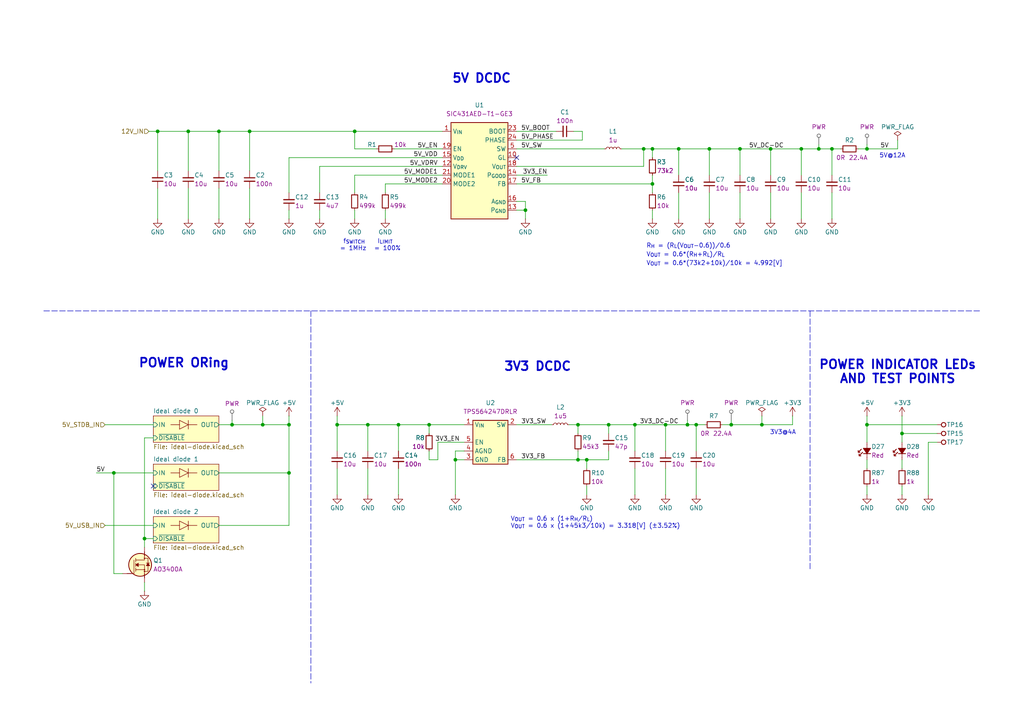
<source format=kicad_sch>
(kicad_sch (version 20250114) (generator "eeschema") (generator_version "9.0")
  (paper "A4")
  (title_block (title "ModuCard CM5 module") (date "2025-07-05") (rev "1.0.0") (company "KoNaR") (comment 1 "Project author: Dominik Pluta"))
  (text "POWER ORing" (at 53.34 105.41 0) (effects (font (size 2.54 2.54) (bold yes))))
  (text "3V3 DCDC" (at 155.956 106.426 0) (effects (font (size 2.54 2.54) (bold yes))))
  (text "V_{OUT} = 0.6 x (1+R_{H}/R_{L})\nV_{OUT} = 0.6 x (1+45k3/10k) = 3.318[V] (±3.52%)" (at 148.082 151.638 0) (effects (font (size 1.27 1.27)) (justify left)))
  (text "V_{OUT} = 0.6*(R_{H}+R_{L})/R_{L}\n" (at 187.452 74.676 0) (effects (font (size 1.27 1.27)) (justify left bottom)))
  (text "POWER INDICATOR LEDs\nAND TEST POINTS" (at 260.35 107.95 0) (effects (font (size 2.54 2.54) (bold yes))))
  (text " f_{SWITCH}\n= 1MHz" (at 98.552 72.898 0) (effects (font (size 1.27 1.27)) (justify left bottom)))
  (text "R_{H} = (R_{L}(V_{OUT}-0.6))/0.6\n" (at 187.452 72.136 0) (effects (font (size 1.27 1.27)) (justify left bottom)))
  (text "V_{OUT} = 0.6*(73k2+10k)/10k = 4.992[V]" (at 187.452 77.216 0) (effects (font (size 1.27 1.27)) (justify left bottom)))
  (text "5V DCDC" (at 139.7 22.86 0) (effects (font (size 2.54 2.54) (bold yes))))
  (text "3V3@4A\n" (at 223.266 126.238 0) (effects (font (size 1.27 1.27)) (justify left bottom)))
  (text "5V@12A\n" (at 255.016 45.974 0) (effects (font (size 1.27 1.27)) (justify left bottom)))
  (text " I_{LIMIT}\n= 100%" (exclude_from_sim yes) (at 108.458 72.898 0) (effects (font (size 1.27 1.27)) (justify left bottom)))
  (junction (at 196.85 43.18))
  (junction (at 115.57 123.19))
  (junction (at 132.08 133.35))
  (junction (at 152.4 60.96))
  (junction (at 223.52 43.18))
  (junction (at 193.04 123.19))
  (junction (at 54.61 38.1))
  (junction (at 106.68 123.19))
  (junction (at 212.09 123.19))
  (junction (at 189.23 53.34))
  (junction (at 237.49 43.18))
  (junction (at 261.62 125.73))
  (junction (at 83.82 123.19))
  (junction (at 186.69 43.18))
  (junction (at 176.53 123.19))
  (junction (at 199.39 123.19))
  (junction (at 167.64 123.19))
  (junction (at 184.15 123.19))
  (junction (at 201.93 123.19))
  (junction (at 241.3 43.18))
  (junction (at 167.64 133.35))
  (junction (at 102.87 38.1))
  (junction (at 220.98 123.19))
  (junction (at 232.41 43.18))
  (junction (at 67.31 123.19))
  (junction (at 214.63 43.18))
  (junction (at 124.46 123.19))
  (junction (at 251.46 123.19))
  (junction (at 205.74 43.18))
  (junction (at 251.46 43.18))
  (junction (at 45.72 38.1))
  (junction (at 63.5 38.1))
  (junction (at 189.23 43.18))
  (junction (at 97.79 123.19))
  (junction (at 72.39 38.1))
  (junction (at 170.18 133.35))
  (junction (at 33.02 137.16))
  (junction (at 41.91 156.21))
  (junction (at 83.82 137.16))
  (junction (at 76.2 123.19))
  (no_connect (at 149.86 45.72))
  (no_connect (at 44.45 140.97))
  (wire (pts (xy 212.09 123.19) (xy 220.98 123.19)))
  (wire (pts (xy 149.86 48.26) (xy 186.69 48.26)))
  (wire (pts (xy 152.4 60.96) (xy 152.4 63.5)))
  (wire (pts (xy 199.39 121.92) (xy 199.39 123.19)))
  (wire (pts (xy 27.94 137.16) (xy 33.02 137.16)))
  (wire (pts (xy 152.4 58.42) (xy 152.4 60.96)))
  (polyline (pts (xy 57.15 123.19) (xy 54.61 123.19)) (stroke (width 0) (type solid) (color 132 0 0 1)))
  (wire (pts (xy 45.72 38.1) (xy 54.61 38.1)))
  (wire (pts (xy 189.23 43.18) (xy 196.85 43.18)))
  (wire (pts (xy 261.62 125.73) (xy 271.78 125.73)))
  (wire (pts (xy 186.69 43.18) (xy 189.23 43.18)))
  (wire (pts (xy 33.02 137.16) (xy 44.45 137.16)))
  (wire (pts (xy 124.46 123.19) (xy 134.62 123.19)))
  (polyline (pts (xy 234.95 90.17) (xy 234.95 165.1)) (stroke (width 0) (type dash)))
  (wire (pts (xy 251.46 123.19) (xy 251.46 128.27)))
  (wire (pts (xy 269.24 128.27) (xy 269.24 143.51)))
  (wire (pts (xy 176.53 123.19) (xy 176.53 125.73)))
  (wire (pts (xy 212.09 121.92) (xy 212.09 123.19)))
  (wire (pts (xy 33.02 166.37) (xy 33.02 137.16)))
  (wire (pts (xy 251.46 143.51) (xy 251.46 140.97)))
  (wire (pts (xy 83.82 60.96) (xy 83.82 63.5)))
  (wire (pts (xy 196.85 55.88) (xy 196.85 63.5)))
  (wire (pts (xy 149.86 40.64) (xy 168.91 40.64)))
  (wire (pts (xy 214.63 43.18) (xy 214.63 50.8)))
  (polyline (pts (xy 52.07 135.89) (xy 54.61 137.16)) (stroke (width 0) (type solid) (color 132 0 0 1)))
  (wire (pts (xy 127 128.27) (xy 134.62 128.27)))
  (wire (pts (xy 76.2 120.65) (xy 76.2 123.19)))
  (wire (pts (xy 251.46 43.18) (xy 260.35 43.18)))
  (wire (pts (xy 193.04 123.19) (xy 184.15 123.19)))
  (wire (pts (xy 54.61 38.1) (xy 63.5 38.1)))
  (wire (pts (xy 205.74 55.88) (xy 205.74 63.5)))
  (wire (pts (xy 102.87 43.18) (xy 109.22 43.18)))
  (wire (pts (xy 176.53 133.35) (xy 170.18 133.35)))
  (wire (pts (xy 83.82 123.19) (xy 83.82 137.16)))
  (polyline (pts (xy 52.07 121.92) (xy 52.07 124.46)) (stroke (width 0) (type solid) (color 132 0 0 1)))
  (wire (pts (xy 41.91 168.91) (xy 41.91 171.45)))
  (wire (pts (xy 97.79 123.19) (xy 106.68 123.19)))
  (polyline (pts (xy 52.07 137.16) (xy 49.53 137.16)) (stroke (width 0) (type solid) (color 132 0 0 1)))
  (wire (pts (xy 41.91 158.75) (xy 41.91 156.21)))
  (wire (pts (xy 149.86 133.35) (xy 167.64 133.35)))
  (wire (pts (xy 106.68 135.89) (xy 106.68 143.51)))
  (wire (pts (xy 102.87 38.1) (xy 128.27 38.1)))
  (wire (pts (xy 97.79 120.65) (xy 97.79 123.19)))
  (wire (pts (xy 132.08 133.35) (xy 134.62 133.35)))
  (wire (pts (xy 111.76 55.88) (xy 111.76 53.34)))
  (wire (pts (xy 132.08 133.35) (xy 132.08 143.51)))
  (polyline (pts (xy 57.15 137.16) (xy 54.61 137.16)) (stroke (width 0) (type solid) (color 132 0 0 1)))
  (wire (pts (xy 184.15 123.19) (xy 184.15 130.81)))
  (polyline (pts (xy 52.07 153.67) (xy 54.61 152.4)) (stroke (width 0) (type solid) (color 132 0 0 1)))
  (wire (pts (xy 170.18 133.35) (xy 170.18 135.89)))
  (wire (pts (xy 63.5 152.4) (xy 83.82 152.4)))
  (wire (pts (xy 72.39 38.1) (xy 102.87 38.1)))
  (wire (pts (xy 149.86 38.1) (xy 161.29 38.1)))
  (wire (pts (xy 45.72 38.1) (xy 45.72 49.53)))
  (polyline (pts (xy 52.07 151.13) (xy 52.07 153.67)) (stroke (width 0) (type solid) (color 132 0 0 1)))
  (wire (pts (xy 196.85 50.8) (xy 196.85 43.18)))
  (wire (pts (xy 193.04 135.89) (xy 193.04 143.51)))
  (wire (pts (xy 114.3 43.18) (xy 128.27 43.18)))
  (wire (pts (xy 83.82 120.65) (xy 83.82 123.19)))
  (wire (pts (xy 232.41 43.18) (xy 237.49 43.18)))
  (wire (pts (xy 261.62 120.65) (xy 261.62 125.73)))
  (wire (pts (xy 241.3 55.88) (xy 241.3 63.5)))
  (wire (pts (xy 229.87 120.65) (xy 229.87 123.19)))
  (wire (pts (xy 63.5 123.19) (xy 67.31 123.19)))
  (wire (pts (xy 83.82 45.72) (xy 128.27 45.72)))
  (wire (pts (xy 41.91 156.21) (xy 44.45 156.21)))
  (wire (pts (xy 251.46 123.19) (xy 271.78 123.19)))
  (wire (pts (xy 189.23 43.18) (xy 189.23 45.72)))
  (wire (pts (xy 167.64 123.19) (xy 167.64 125.73)))
  (wire (pts (xy 115.57 123.19) (xy 115.57 130.81)))
  (wire (pts (xy 149.86 123.19) (xy 160.02 123.19)))
  (wire (pts (xy 189.23 50.8) (xy 189.23 53.34)))
  (wire (pts (xy 251.46 120.65) (xy 251.46 123.19)))
  (wire (pts (xy 261.62 125.73) (xy 261.62 128.27)))
  (wire (pts (xy 241.3 43.18) (xy 241.3 50.8)))
  (wire (pts (xy 149.86 53.34) (xy 189.23 53.34)))
  (wire (pts (xy 232.41 43.18) (xy 232.41 50.8)))
  (wire (pts (xy 201.93 123.19) (xy 201.93 130.81)))
  (wire (pts (xy 115.57 123.19) (xy 106.68 123.19)))
  (wire (pts (xy 149.86 50.8) (xy 158.75 50.8)))
  (wire (pts (xy 124.46 125.73) (xy 124.46 123.19)))
  (wire (pts (xy 102.87 50.8) (xy 102.87 55.88)))
  (wire (pts (xy 199.39 123.19) (xy 193.04 123.19)))
  (wire (pts (xy 97.79 123.19) (xy 97.79 130.81)))
  (polyline (pts (xy 52.07 124.46) (xy 54.61 123.19)) (stroke (width 0) (type solid) (color 132 0 0 1)))
  (wire (pts (xy 67.31 121.92) (xy 67.31 123.19)))
  (wire (pts (xy 193.04 123.19) (xy 193.04 130.81)))
  (wire (pts (xy 184.15 135.89) (xy 184.15 143.51)))
  (wire (pts (xy 134.62 130.81) (xy 132.08 130.81)))
  (wire (pts (xy 54.61 54.61) (xy 54.61 63.5)))
  (wire (pts (xy 149.86 43.18) (xy 175.26 43.18)))
  (wire (pts (xy 214.63 43.18) (xy 223.52 43.18)))
  (wire (pts (xy 180.34 43.18) (xy 186.69 43.18)))
  (wire (pts (xy 72.39 38.1) (xy 72.39 49.53)))
  (wire (pts (xy 209.55 123.19) (xy 212.09 123.19)))
  (wire (pts (xy 237.49 41.91) (xy 237.49 43.18)))
  (wire (pts (xy 261.62 133.35) (xy 261.62 135.89)))
  (wire (pts (xy 102.87 60.96) (xy 102.87 63.5)))
  (wire (pts (xy 149.86 58.42) (xy 152.4 58.42)))
  (wire (pts (xy 261.62 143.51) (xy 261.62 140.97)))
  (polyline (pts (xy 12.7 90.17) (xy 284.48 90.17)) (stroke (width 0) (type dash)))
  (wire (pts (xy 251.46 41.91) (xy 251.46 43.18)))
  (wire (pts (xy 271.78 128.27) (xy 269.24 128.27)))
  (polyline (pts (xy 54.61 151.13) (xy 54.61 153.67)) (stroke (width 0) (type solid) (color 132 0 0 1)))
  (wire (pts (xy 63.5 38.1) (xy 63.5 49.53)))
  (wire (pts (xy 237.49 43.18) (xy 241.3 43.18)))
  (polyline (pts (xy 54.61 121.92) (xy 54.61 124.46)) (stroke (width 0) (type solid) (color 132 0 0 1)))
  (polyline (pts (xy 52.07 123.19) (xy 49.53 123.19)) (stroke (width 0) (type solid) (color 132 0 0 1)))
  (wire (pts (xy 223.52 43.18) (xy 232.41 43.18)))
  (wire (pts (xy 124.46 133.35) (xy 127 133.35)))
  (polyline (pts (xy 90.17 90.17) (xy 90.17 198.12)) (stroke (width 0) (type dash)))
  (wire (pts (xy 214.63 55.88) (xy 214.63 63.5)))
  (polyline (pts (xy 52.07 138.43) (xy 54.61 137.16)) (stroke (width 0) (type solid) (color 132 0 0 1)))
  (wire (pts (xy 115.57 123.19) (xy 124.46 123.19)))
  (polyline (pts (xy 57.15 152.4) (xy 54.61 152.4)) (stroke (width 0) (type solid) (color 132 0 0 1)))
  (wire (pts (xy 189.23 55.88) (xy 189.23 53.34)))
  (polyline (pts (xy 52.07 135.89) (xy 52.07 138.43)) (stroke (width 0) (type solid) (color 132 0 0 1)))
  (wire (pts (xy 63.5 54.61) (xy 63.5 63.5)))
  (wire (pts (xy 165.1 123.19) (xy 167.64 123.19)))
  (wire (pts (xy 102.87 50.8) (xy 128.27 50.8)))
  (wire (pts (xy 124.46 130.81) (xy 124.46 133.35)))
  (wire (pts (xy 111.76 53.34) (xy 128.27 53.34)))
  (polyline (pts (xy 52.07 152.4) (xy 49.53 152.4)) (stroke (width 0) (type solid) (color 132 0 0 1)))
  (wire (pts (xy 83.82 123.19) (xy 76.2 123.19)))
  (wire (pts (xy 54.61 38.1) (xy 54.61 49.53)))
  (wire (pts (xy 251.46 133.35) (xy 251.46 135.89)))
  (wire (pts (xy 189.23 63.5) (xy 189.23 60.96)))
  (wire (pts (xy 30.48 123.19) (xy 44.45 123.19)))
  (wire (pts (xy 45.72 54.61) (xy 45.72 63.5)))
  (wire (pts (xy 102.87 38.1) (xy 102.87 43.18)))
  (wire (pts (xy 232.41 55.88) (xy 232.41 63.5)))
  (wire (pts (xy 223.52 55.88) (xy 223.52 63.5)))
  (wire (pts (xy 30.48 152.4) (xy 44.45 152.4)))
  (wire (pts (xy 41.91 156.21) (xy 41.91 127)))
  (wire (pts (xy 167.64 130.81) (xy 167.64 133.35)))
  (wire (pts (xy 43.18 38.1) (xy 45.72 38.1)))
  (wire (pts (xy 92.71 48.26) (xy 92.71 55.88)))
  (wire (pts (xy 132.08 130.81) (xy 132.08 133.35)))
  (wire (pts (xy 248.92 43.18) (xy 251.46 43.18)))
  (wire (pts (xy 176.53 123.19) (xy 184.15 123.19)))
  (wire (pts (xy 149.86 60.96) (xy 152.4 60.96)))
  (wire (pts (xy 260.35 40.64) (xy 260.35 43.18)))
  (wire (pts (xy 67.31 123.19) (xy 76.2 123.19)))
  (wire (pts (xy 92.71 48.26) (xy 128.27 48.26)))
  (polyline (pts (xy 54.61 135.89) (xy 54.61 138.43)) (stroke (width 0) (type solid) (color 132 0 0 1)))
  (wire (pts (xy 241.3 43.18) (xy 243.84 43.18)))
  (wire (pts (xy 201.93 135.89) (xy 201.93 143.51)))
  (wire (pts (xy 186.69 43.18) (xy 186.69 48.26)))
  (wire (pts (xy 115.57 135.89) (xy 115.57 143.51)))
  (wire (pts (xy 170.18 133.35) (xy 167.64 133.35)))
  (wire (pts (xy 168.91 40.64) (xy 168.91 38.1)))
  (wire (pts (xy 63.5 137.16) (xy 83.82 137.16)))
  (wire (pts (xy 201.93 123.19) (xy 204.47 123.19)))
  (wire (pts (xy 72.39 54.61) (xy 72.39 63.5)))
  (wire (pts (xy 168.91 38.1) (xy 166.37 38.1)))
  (wire (pts (xy 170.18 143.51) (xy 170.18 140.97)))
  (wire (pts (xy 127 133.35) (xy 127 128.27)))
  (wire (pts (xy 201.93 123.19) (xy 199.39 123.19)))
  (wire (pts (xy 97.79 135.89) (xy 97.79 143.51)))
  (wire (pts (xy 167.64 123.19) (xy 176.53 123.19)))
  (polyline (pts (xy 52.07 151.13) (xy 54.61 152.4)) (stroke (width 0) (type solid) (color 132 0 0 1)))
  (wire (pts (xy 205.74 43.18) (xy 205.74 50.8)))
  (wire (pts (xy 83.82 45.72) (xy 83.82 55.88)))
  (wire (pts (xy 223.52 43.18) (xy 223.52 50.8)))
  (wire (pts (xy 176.53 130.81) (xy 176.53 133.35)))
  (wire (pts (xy 220.98 120.65) (xy 220.98 123.19)))
  (polyline (pts (xy 52.07 121.92) (xy 54.61 123.19)) (stroke (width 0) (type solid) (color 132 0 0 1)))
  (wire (pts (xy 92.71 60.96) (xy 92.71 63.5)))
  (wire (pts (xy 229.87 123.19) (xy 220.98 123.19)))
  (wire (pts (xy 111.76 63.5) (xy 111.76 60.96)))
  (wire (pts (xy 63.5 38.1) (xy 72.39 38.1)))
  (wire (pts (xy 35.56 166.37) (xy 33.02 166.37)))
  (wire (pts (xy 196.85 43.18) (xy 205.74 43.18)))
  (wire (pts (xy 83.82 137.16) (xy 83.82 152.4)))
  (wire (pts (xy 106.68 123.19) (xy 106.68 130.81)))
  (wire (pts (xy 205.74 43.18) (xy 214.63 43.18)))
  (wire (pts (xy 41.91 127) (xy 44.45 127)))
  (label "5V_FB" (at 151.13 53.34 0))
  (label "3V3_FB" (at 151.13 133.35 0))
  (label "3V3_DC-DC" (at 196.85 123.19 180))
  (label "5V_SW" (at 151.13 43.18 0))
  (label "5V_VDRV" (at 127 48.26 180))
  (label "5V_MODE2" (at 127 53.34 180))
  (label "3V3_SW" (at 151.13 123.19 0))
  (label "5V_DC-DC" (at 227.33 43.18 180))
  (label "3V3_EN" (at 158.75 50.8 180))
  (label "5V_EN" (at 127 43.18 180))
  (label "5V_PHASE" (at 151.13 40.64 0))
  (label "5V_BOOT" (at 151.13 38.1 0))
  (label "3V3_EN" (at 133.35 128.27 180))
  (label "5V_VDD" (at 127 45.72 180))
  (label "5V_MODE1" (at 127 50.8 180))
  (label "5V" (at 27.94 137.16 0))
  (label "5V" (at 257.81 43.18 180))
  (hierarchical_label "12V_IN" (shape input) (at 43.18 38.1 180))
  (hierarchical_label "5V_USB_IN" (shape input) (at 30.48 152.4 180))
  (hierarchical_label "5V_STDB_IN" (shape input) (at 30.48 123.19 180))
  (netclass_flag "" (length 2.54) (shape round) (at 67.31 121.92 0) (property "Netclass" "PWR" (at 67.31 117.094 0)))
  (netclass_flag "" (length 2.54) (shape round) (at 237.49 41.91 0) (property "Netclass" "PWR" (at 237.49 36.83 0)))
  (netclass_flag "" (length 2.54) (shape round) (at 212.09 121.92 0) (property "Netclass" "PWR" (at 212.09 116.84 0)))
  (netclass_flag "" (length 2.54) (shape round) (at 251.46 41.91 0) (property "Netclass" "PWR" (at 251.46 36.83 0)))
  (netclass_flag "" (length 2.54) (shape round) (at 199.39 121.92 0) (property "Netclass" "PWR" (at 199.39 116.84 0)))
  (symbol (lib_id "DW-resistors:R-10k-0402") (at 124.46 130.81 270) (mirror x) (unit 1)
    (property "Reference" "R8" (at 123.19 127 90) (effects (justify right)))
    (property "Value" "R-10k-0402" (effects (hide yes)))
    (property "Footprint" "DW-footprints:R_0402_1005Metric" (effects (hide yes)))
    (property "Datasheet" "https://lcsc.com/datasheet/lcsc_datasheet_2411221126_UNI-ROYAL-Uniroyal-Elec-0402WGF1002TCE_C25744.pdf" (effects (hide yes)))
    (property "Description" "62.5mW Thick Film Resistor 50V ±100ppm/℃ ±1% 10kΩ 0402 Chip Resistor - Surface Mount ROHS" (effects (hide yes)))
    (property "Manufacturer" "UNI-ROYAL(Uniroyal Elec)" (effects (hide yes)))
    (property "MPN" "0402WGF1002TCE" (effects (hide yes)))
    (property "LCSC" "C25744" (effects (hide yes)))
    (property "Val" "10k" (at 123.19 129.54 90) (effects (justify right)))
    (property "Tolerance" "1%" (effects (hide yes)))
  )
  (symbol (lib_id "DW-power-symbols:GND") (at 102.87 63.5 0) (unit 1)
    (property "Reference" "#PWR023" (effects (hide yes)))
    (property "Value" "GND" (at 102.87 67.31 0))
    (property "Description" "Power symbol creates a global label with name \"GND\" , ground" (effects (hide yes)))
  )
  (symbol (lib_id "DW-power-symbols:GND") (at 261.62 143.51 0) (unit 1)
    (property "Reference" "#PWR0210" (effects (hide yes)))
    (property "Value" "GND" (at 261.62 147.32 0))
    (property "Description" "Power symbol creates a global label with name \"GND\" , ground" (effects (hide yes)))
  )
  (symbol (lib_id "DW-capacitors:C-10u-0603") (at 205.74 55.88 90) (unit 1)
    (property "Reference" "C7" (at 207.518 52.07 90) (effects (justify right)))
    (property "Value" "C-10u-0603" (effects (hide yes)))
    (property "Footprint" "DW-footprints:C_0603_1608Metric" (effects (hide yes)))
    (property "Datasheet" "https://www.lcsc.com/datasheet/C96446.pdf" (effects (hide yes)))
    (property "Description" "25V 10uF X5R ±20% 0603 Multilayer Ceramic Capacitors MLCC - SMD/SMT ROHS" (effects (hide yes)))
    (property "Manufacturer" "Samsung Electro-Mechanics" (effects (hide yes)))
    (property "MPN" "CL10A106MA8NRNC" (effects (hide yes)))
    (property "LCSC" "C96446" (effects (hide yes)))
    (property "Val" "10u" (at 207.518 54.61 90) (effects (justify right)))
    (property "Tolerance" "20%" (effects (hide yes)))
    (property "Voltage" "25V" (effects (hide yes)))
    (property "Dielectric" "X5R" (effects (hide yes)))
  )
  (symbol (lib_id "DW-power-symbols:GND") (at 111.76 63.5 0) (unit 1)
    (property "Reference" "#PWR024" (effects (hide yes)))
    (property "Value" "GND" (at 111.76 67.31 0))
    (property "Description" "Power symbol creates a global label with name \"GND\" , ground" (effects (hide yes)))
  )
  (symbol (lib_id "DW-power-symbols:GND") (at 232.41 63.5 0) (unit 1)
    (property "Reference" "#PWR031" (effects (hide yes)))
    (property "Value" "GND" (at 232.41 67.31 0))
    (property "Description" "Power symbol creates a global label with name \"GND\" , ground" (effects (hide yes)))
  )
  (symbol (lib_id "DW-power-symbols:GND") (at 193.04 143.51 0) (unit 1)
    (property "Reference" "#PWR042" (effects (hide yes)))
    (property "Value" "GND" (at 193.04 147.32 0))
    (property "Description" "Power symbol creates a global label with name \"GND\" , ground" (effects (hide yes)))
  )
  (symbol (lib_id "DW-power-symbols:+5V") (at 251.46 120.65 0) (unit 1)
    (property "Reference" "#PWR0207" (effects (hide yes)))
    (property "Value" "+5V" (at 251.46 116.84 0))
    (property "Description" "Power symbol creates a global label with name \"+5V\"" (effects (hide yes)))
  )
  (symbol (lib_id "DW-power-symbols:+3V3") (at 261.62 120.65 0) (unit 1)
    (property "Reference" "#PWR0209" (effects (hide yes)))
    (property "Value" "+3V3" (at 261.62 116.84 0))
    (property "Description" "Power symbol creates a global label with name \"+3V3\"" (effects (hide yes)))
  )
  (symbol (lib_id "DW-resistors:R-0R-22.4A-0603") (at 204.47 123.19 0) (unit 1)
    (property "Reference" "R7" (at 207.01 120.65 0))
    (property "Value" "R-0R-22.4A-0603" (effects (hide yes)))
    (property "Footprint" "DW-footprints:R_0603_1608Metric" (effects (hide yes)))
    (property "Datasheet" "https://www.lcsc.com/datasheet/C253507.pdf" (effects (hide yes)))
    (property "Description" "250mW 0Ω (0.5mΩ max) Thick Film Resistor 0603 Chip Resistor - Surface Mount ROHS" (effects (hide yes)))
    (property "Manufacturer" "ROHM" (effects (hide yes)))
    (property "MPN" "PMR03EZPJ000" (effects (hide yes)))
    (property "LCSC" "C253507" (effects (hide yes)))
    (property "Val" "0R" (at 204.47 125.73 0))
    (property "Max current" "22.4A" (at 209.55 125.73 0))
    (property "Tolerance" "Tolerance" (effects (hide yes)))
  )
  (symbol (lib_id "DW-power-symbols:GND") (at 214.63 63.5 0) (unit 1)
    (property "Reference" "#PWR029" (effects (hide yes)))
    (property "Value" "GND" (at 214.63 67.31 0))
    (property "Description" "Power symbol creates a global label with name \"GND\" , ground" (effects (hide yes)))
  )
  (symbol (lib_id "DW-inductors:L-1u-20A-CJiang-FEXL0650A") (at 175.26 43.18 0) (unit 1)
    (property "Reference" "L1" (at 177.8 38.1 0))
    (property "Value" "L-1u-20A-CJiang-FEXL0650A" (effects (hide yes)))
    (property "Footprint" "DW-footprints:L-CJiang-FEXL0650A" (effects (hide yes)))
    (property "Datasheet" "https://www.lcsc.com/datasheet/C5378532.pdf" (effects (hide yes)))
    (property "Description" "20A 1uH ±20% 23A SMD,6.4x6.6mm Power Inductors ROHS" (effects (hide yes)))
    (property "Manufacturer" "CJiang" (effects (hide yes)))
    (property "MPN" "FEXL0650A-1R0M" (effects (hide yes)))
    (property "LCSC" "C5378532" (effects (hide yes)))
    (property "Val" "1u" (at 177.8 40.64 0))
    (property "Tolerance" "20%" (effects (hide yes)))
    (property "Irms" "20A" (effects (hide yes)))
    (property "Isat" "23A" (effects (hide yes)))
    (property "DCR" "4.52mΩ" (effects (hide yes)))
    (property "Size (W x L x H)" "6.6 x 6.4 x 4.8mm" (effects (hide yes)))
  )
  (symbol (lib_id "DW-resistors:R-10k-0402") (at 189.23 60.96 90) (unit 1)
    (property "Reference" "R6" (at 190.5 57.15 90) (effects (justify right)))
    (property "Value" "R-10k-0402" (effects (hide yes)))
    (property "Footprint" "DW-footprints:R_0402_1005Metric" (effects (hide yes)))
    (property "Datasheet" "https://lcsc.com/datasheet/lcsc_datasheet_2411221126_UNI-ROYAL-Uniroyal-Elec-0402WGF1002TCE_C25744.pdf" (effects (hide yes)))
    (property "Description" "62.5mW Thick Film Resistor 50V ±100ppm/℃ ±1% 10kΩ 0402 Chip Resistor - Surface Mount ROHS" (effects (hide yes)))
    (property "Manufacturer" "UNI-ROYAL(Uniroyal Elec)" (effects (hide yes)))
    (property "MPN" "0402WGF1002TCE" (effects (hide yes)))
    (property "LCSC" "C25744" (effects (hide yes)))
    (property "Val" "10k" (at 190.5 59.69 90) (effects (justify right)))
    (property "Tolerance" "1%" (effects (hide yes)))
  )
  (symbol (lib_id "DW-capacitors:C-10u-0603") (at 232.41 55.88 90) (unit 1)
    (property "Reference" "C10" (at 234.188 52.07 90) (effects (justify right)))
    (property "Value" "C-10u-0603" (effects (hide yes)))
    (property "Footprint" "DW-footprints:C_0603_1608Metric" (effects (hide yes)))
    (property "Datasheet" "https://www.lcsc.com/datasheet/C96446.pdf" (effects (hide yes)))
    (property "Description" "25V 10uF X5R ±20% 0603 Multilayer Ceramic Capacitors MLCC - SMD/SMT ROHS" (effects (hide yes)))
    (property "Manufacturer" "Samsung Electro-Mechanics" (effects (hide yes)))
    (property "MPN" "CL10A106MA8NRNC" (effects (hide yes)))
    (property "LCSC" "C96446" (effects (hide yes)))
    (property "Val" "10u" (at 234.188 54.61 90) (effects (justify right)))
    (property "Tolerance" "20%" (effects (hide yes)))
    (property "Voltage" "25V" (effects (hide yes)))
    (property "Dielectric" "X5R" (effects (hide yes)))
  )
  (symbol (lib_id "DW-diodes:LED-R-0603_KT-0603R") (at 251.46 133.35 90) (unit 1)
    (property "Reference" "D27" (at 252.73 129.54 90) (effects (justify right)))
    (property "Value" "LED-R-0603_KT-0603R" (effects (hide yes)))
    (property "Footprint" "DW-footprints:LED_0603_1608Metric_R" (effects (hide yes)))
    (property "Datasheet" "https://lcsc.com/datasheet/lcsc_datasheet_2507101606_Hubei-KENTO-Elec-KT-0603R_C2286.pdf" (effects (hide yes)))
    (property "Description" "-40℃~+85℃ Red 0603 LED Indication - Discrete ROHS" (effects (hide yes)))
    (property "Manufacturer" "Hubei KENTO Elec" (effects (hide yes)))
    (property "MPN" "KT-0603R" (effects (hide yes)))
    (property "LCSC" "C2286" (effects (hide yes)))
    (property "Color" "Red" (at 252.73 132.08 90) (effects (justify right)))
    (property "Forward voltage" "1.8V-2.4V " (effects (hide yes)))
  )
  (symbol (lib_id "DW-resistors:R-499k-0402") (at 111.76 60.96 90) (unit 1)
    (property "Reference" "R5" (at 113.03 57.15 90) (effects (justify right)))
    (property "Value" "R-499k-0402" (effects (hide yes)))
    (property "Footprint" "DW-footprints:R_0402_1005Metric" (effects (hide yes)))
    (property "Datasheet" "https://www.lcsc.com/datasheet/C25793.pdf" (effects (hide yes)))
    (property "Description" "62.5mW Thick Film Resistor 50V ±100ppm/℃ ±1% 499kΩ 0402 Chip Resistor - Surface Mount ROHS" (effects (hide yes)))
    (property "Manufacturer" "UNI-ROYAL(Uniroyal Elec)" (effects (hide yes)))
    (property "MPN" "0402WGF4993TCE" (effects (hide yes)))
    (property "LCSC" "C25793" (effects (hide yes)))
    (property "Val" "499k" (at 113.03 59.69 90) (effects (justify right)))
    (property "Tolerance" "1%" (effects (hide yes)))
  )
  (symbol (lib_id "DW-power-symbols:GND") (at 72.39 63.5 0) (unit 1)
    (property "Reference" "#PWR020" (effects (hide yes)))
    (property "Value" "GND" (at 72.39 67.31 0))
    (property "Description" "Power symbol creates a global label with name \"GND\" , ground" (effects (hide yes)))
  )
  (symbol (lib_id "DW-capacitors:C-47p-0402") (at 176.53 130.81 90) (unit 1)
    (property "Reference" "C15" (at 178.308 127 90) (effects (justify right)))
    (property "Value" "C-47p-0402" (effects (hide yes)))
    (property "Footprint" "DW-footprints:C_0402_1005Metric" (effects (hide yes)))
    (property "Datasheet" "https://lcsc.com/datasheet/lcsc_datasheet_2411220213_FH-0402CG470J500NT_C1567.pdf" (effects (hide yes)))
    (property "Description" "50V 47pF C0G ±5% 0402 Multilayer Ceramic Capacitors MLCC - SMD/SMT ROHS" (effects (hide yes)))
    (property "Manufacturer" "FH" (effects (hide yes)))
    (property "MPN" "0402CG470J500NT" (effects (hide yes)))
    (property "LCSC" "C1567" (effects (hide yes)))
    (property "Val" "47p" (at 178.308 129.54 90) (effects (justify right)))
    (property "Tolerance" "5%" (effects (hide yes)))
    (property "Voltage" "50V" (effects (hide yes)))
    (property "Dielectric" "C0G" (effects (hide yes)))
  )
  (symbol (lib_id "DW-resistors:R-73k2-0402") (at 189.23 45.72 270) (unit 1)
    (property "Reference" "R3" (at 190.5 46.99 90) (effects (justify left)))
    (property "Value" "R-73k2-0402" (effects (hide yes)))
    (property "Footprint" "DW-footprints:R_0402_1005Metric" (effects (hide yes)))
    (property "Datasheet" "https://www.lcsc.com/datasheet/C26986.pdf" (effects (hide yes)))
    (property "Description" "62.5mW Thick Film Resistor 50V ±100ppm/℃ ±1% 73.2kΩ 0402 Chip Resistor - Surface Mount ROHS" (effects (hide yes)))
    (property "Manufacturer" "UNI-ROYAL(Uniroyal Elec)" (effects (hide yes)))
    (property "MPN" "0402WGF7322TCE" (effects (hide yes)))
    (property "LCSC" "C26986" (effects (hide yes)))
    (property "Val" "73k2" (at 190.5 49.53 90) (effects (justify left)))
    (property "Tolerance" "1%" (effects (hide yes)))
  )
  (symbol (lib_id "DW-test-points:TP_SMD_0.75mm") (at 271.78 128.27 0) (unit 1) (in_bom no)
    (property "Reference" "TP17" (at 274.574 128.27 0) (effects (justify left)))
    (property "Value" "TP_SMD_0.75mm" (effects (hide yes)))
    (property "Footprint" "DW-footprints:TP_SMD_0.75mm" (effects (hide yes)))
    (property "Description" "Test point, SMD, round, 0.75mm diameter" (effects (hide yes)))
  )
  (symbol (lib_id "DW-test-points:TP_SMD_0.75mm") (at 271.78 125.73 0) (unit 1) (in_bom no)
    (property "Reference" "TP15" (at 274.574 125.73 0) (effects (justify left)))
    (property "Value" "TP_SMD_0.75mm" (effects (hide yes)))
    (property "Footprint" "DW-footprints:TP_SMD_0.75mm" (effects (hide yes)))
    (property "Description" "Test point, SMD, round, 0.75mm diameter" (effects (hide yes)))
  )
  (symbol (lib_id "DW-transistors:AO3400A") (at 35.56 166.37 0) (unit 1)
    (property "Reference" "Q1" (at 44.45 162.56 0) (effects (justify left)))
    (property "Value" "AO3400A" (effects (hide yes)))
    (property "Footprint" "DW-footprints:SOT-23-3" (effects (hide yes)))
    (property "Datasheet" "https://www.lcsc.com/datasheet/C20917.pdf" (effects (hide yes)))
    (property "Description" "30V 48mΩ@2.5V 1.45V@250uA SOT-23-3L MOSFETs ROHS" (effects (hide yes)))
    (property "Manufacturer" "AOS" (effects (hide yes)))
    (property "MPN" "AO3400A" (at 44.45 165.1 0) (effects (justify left)))
    (property "LCSC" "C20917" (effects (hide yes)))
    (property "Id" "5.7A" (effects (hide yes)))
    (property "Vds" "30V" (effects (hide yes)))
    (property "Vgs" "12V" (effects (hide yes)))
    (property "Rds(on)" "26.5mΩ" (effects (hide yes)))
  )
  (symbol (lib_id "DW-power-symbols:PWR_FLAG") (at 76.2 120.65 0) (unit 1)
    (property "Reference" "#FLG05" (effects (hide yes)))
    (property "Value" "PWR_FLAG" (at 76.2 116.84 0))
    (property "Description" "Special symbol for telling ERC where power comes from" (effects (hide yes)))
  )
  (symbol (lib_id "DW-power-symbols:GND") (at 241.3 63.5 0) (unit 1)
    (property "Reference" "#PWR032" (effects (hide yes)))
    (property "Value" "GND" (at 241.3 67.31 0))
    (property "Description" "Power symbol creates a global label with name \"GND\" , ground" (effects (hide yes)))
  )
  (symbol (lib_id "DW-power-symbols:PWR_FLAG") (at 260.35 40.64 0) (unit 1)
    (property "Reference" "#FLG04" (effects (hide yes)))
    (property "Value" "PWR_FLAG" (at 260.35 36.83 0))
    (property "Description" "Special symbol for telling ERC where power comes from" (effects (hide yes)))
  )
  (symbol (lib_id "DW-power-symbols:GND") (at 223.52 63.5 0) (unit 1)
    (property "Reference" "#PWR030" (effects (hide yes)))
    (property "Value" "GND" (at 223.52 67.31 0))
    (property "Description" "Power symbol creates a global label with name \"GND\" , ground" (effects (hide yes)))
  )
  (symbol (lib_id "DW-power-symbols:GND") (at 92.71 63.5 0) (unit 1)
    (property "Reference" "#PWR022" (effects (hide yes)))
    (property "Value" "GND" (at 92.71 67.31 0))
    (property "Description" "Power symbol creates a global label with name \"GND\" , ground" (effects (hide yes)))
  )
  (symbol (lib_id "DW-inductors:L-1u5-6.5A-CJiang-FTC404030S") (at 160.02 123.19 0) (unit 1)
    (property "Reference" "L2" (at 162.56 118.11 0))
    (property "Value" "L-1u5-6.5A-CJiang-FTC404030S" (effects (hide yes)))
    (property "Footprint" "DW-footprints:L-CJiang-FTC404030S" (effects (hide yes)))
    (property "Datasheet" "https://www.lcsc.com/datasheet/C39676080.pdf" (effects (hide yes)))
    (property "Description" "6.5A 1.5uH ±20% 12.5A SMD,4.1x4.1mm Power Inductors ROHS" (effects (hide yes)))
    (property "Manufacturer" "CJiang" (effects (hide yes)))
    (property "MPN" "FTC404030S1R5MGCA" (effects (hide yes)))
    (property "LCSC" "C39676080" (effects (hide yes)))
    (property "Val" "1u5" (at 162.56 120.65 0))
    (property "Tolerance" "20%" (effects (hide yes)))
    (property "Irms" "6.5A" (effects (hide yes)))
    (property "Isat" "12.5A" (effects (hide yes)))
    (property "DCR" "18mΩ" (effects (hide yes)))
    (property "Size (W x L x H)" "4.1 x 4.1 x 3mm" (effects (hide yes)))
  )
  (symbol (lib_id "DW-capacitors:C-10u-0603") (at 214.63 55.88 90) (unit 1)
    (property "Reference" "C8" (at 216.408 52.07 90) (effects (justify right)))
    (property "Value" "C-10u-0603" (effects (hide yes)))
    (property "Footprint" "DW-footprints:C_0603_1608Metric" (effects (hide yes)))
    (property "Datasheet" "https://www.lcsc.com/datasheet/C96446.pdf" (effects (hide yes)))
    (property "Description" "25V 10uF X5R ±20% 0603 Multilayer Ceramic Capacitors MLCC - SMD/SMT ROHS" (effects (hide yes)))
    (property "Manufacturer" "Samsung Electro-Mechanics" (effects (hide yes)))
    (property "MPN" "CL10A106MA8NRNC" (effects (hide yes)))
    (property "LCSC" "C96446" (effects (hide yes)))
    (property "Val" "10u" (at 216.408 54.61 90) (effects (justify right)))
    (property "Tolerance" "20%" (effects (hide yes)))
    (property "Voltage" "25V" (effects (hide yes)))
    (property "Dielectric" "X5R" (effects (hide yes)))
  )
  (symbol (lib_id "DW-capacitors:C-10u-0603") (at 45.72 54.61 90) (unit 1)
    (property "Reference" "C3" (at 47.498 50.8 90) (effects (justify right)))
    (property "Value" "C-10u-0603" (effects (hide yes)))
    (property "Footprint" "DW-footprints:C_0603_1608Metric" (effects (hide yes)))
    (property "Datasheet" "https://www.lcsc.com/datasheet/C96446.pdf" (effects (hide yes)))
    (property "Description" "25V 10uF X5R ±20% 0603 Multilayer Ceramic Capacitors MLCC - SMD/SMT ROHS" (effects (hide yes)))
    (property "Manufacturer" "Samsung Electro-Mechanics" (effects (hide yes)))
    (property "MPN" "CL10A106MA8NRNC" (effects (hide yes)))
    (property "LCSC" "C96446" (effects (hide yes)))
    (property "Val" "10u" (at 47.498 53.34 90) (effects (justify right)))
    (property "Tolerance" "20%" (effects (hide yes)))
    (property "Voltage" "25V" (effects (hide yes)))
    (property "Dielectric" "X5R" (effects (hide yes)))
  )
  (symbol (lib_id "DW-capacitors:C-100n-0402") (at 115.57 130.81 270) (unit 1)
    (property "Reference" "C14" (at 117.348 132.08 90) (effects (justify left)))
    (property "Value" "C-100n-0402" (effects (hide yes)))
    (property "Footprint" "DW-footprints:C_0402_1005Metric" (effects (hide yes)))
    (property "Datasheet" "https://lcsc.com/datasheet/lcsc_datasheet_2304140030_Samsung-Electro-Mechanics-CL05B104KB54PNC_C307331.pdf" (effects (hide yes)))
    (property "Description" "50V 100nF X7R ±10% 0402 Multilayer Ceramic Capacitors MLCC - SMD/SMT ROHS" (effects (hide yes)))
    (property "Manufacturer" "Samsung Electro-Mechanics" (effects (hide yes)))
    (property "MPN" "CL05B104KB54PNC" (effects (hide yes)))
    (property "LCSC" "C307331" (effects (hide yes)))
    (property "Val" "100n" (at 117.348 134.62 90) (effects (justify left)))
    (property "Tolerance" "10%" (effects (hide yes)))
    (property "Voltage" "50V" (effects (hide yes)))
    (property "Dielectric" "X7R" (effects (hide yes)))
  )
  (symbol (lib_id "DW-capacitors:C-100n-0402") (at 72.39 49.53 270) (unit 1)
    (property "Reference" "C2" (at 74.168 50.8 90) (effects (justify left)))
    (property "Value" "C-100n-0402" (effects (hide yes)))
    (property "Footprint" "DW-footprints:C_0402_1005Metric" (effects (hide yes)))
    (property "Datasheet" "https://lcsc.com/datasheet/lcsc_datasheet_2304140030_Samsung-Electro-Mechanics-CL05B104KB54PNC_C307331.pdf" (effects (hide yes)))
    (property "Description" "50V 100nF X7R ±10% 0402 Multilayer Ceramic Capacitors MLCC - SMD/SMT ROHS" (effects (hide yes)))
    (property "Manufacturer" "Samsung Electro-Mechanics" (effects (hide yes)))
    (property "MPN" "CL05B104KB54PNC" (effects (hide yes)))
    (property "LCSC" "C307331" (effects (hide yes)))
    (property "Val" "100n" (at 74.168 53.34 90) (effects (justify left)))
    (property "Tolerance" "10%" (effects (hide yes)))
    (property "Voltage" "50V" (effects (hide yes)))
    (property "Dielectric" "X7R" (effects (hide yes)))
  )
  (symbol (lib_id "DW-power-symbols:GND") (at 132.08 143.51 0) (unit 1)
    (property "Reference" "#PWR039" (effects (hide yes)))
    (property "Value" "GND" (at 132.08 147.32 0))
    (property "Description" "Power symbol creates a global label with name \"GND\" , ground" (effects (hide yes)))
  )
  (symbol (lib_id "DW-capacitors:C-10u-0603") (at 63.5 54.61 90) (unit 1)
    (property "Reference" "C5" (at 65.278 50.8 90) (effects (justify right)))
    (property "Value" "C-10u-0603" (effects (hide yes)))
    (property "Footprint" "DW-footprints:C_0603_1608Metric" (effects (hide yes)))
    (property "Datasheet" "https://www.lcsc.com/datasheet/C96446.pdf" (effects (hide yes)))
    (property "Description" "25V 10uF X5R ±20% 0603 Multilayer Ceramic Capacitors MLCC - SMD/SMT ROHS" (effects (hide yes)))
    (property "Manufacturer" "Samsung Electro-Mechanics" (effects (hide yes)))
    (property "MPN" "CL10A106MA8NRNC" (effects (hide yes)))
    (property "LCSC" "C96446" (effects (hide yes)))
    (property "Val" "10u" (at 65.278 53.34 90) (effects (justify right)))
    (property "Tolerance" "20%" (effects (hide yes)))
    (property "Voltage" "25V" (effects (hide yes)))
    (property "Dielectric" "X5R" (effects (hide yes)))
  )
  (symbol (lib_id "DW-capacitors:C-1u-0402") (at 83.82 60.96 90) (unit 1)
    (property "Reference" "C12" (at 85.598 57.15 90) (effects (justify right)))
    (property "Value" "C-1u-0402" (effects (hide yes)))
    (property "Footprint" "DW-footprints:C_0402_1005Metric" (effects (hide yes)))
    (property "Datasheet" "https://lcsc.com/datasheet/lcsc_datasheet_2304140030_Samsung-Electro-Mechanics-CL05A105KA5NQNC_C52923.pdf" (effects (hide yes)))
    (property "Description" "25V 1uF X5R ±10% 0402 Multilayer Ceramic Capacitors MLCC - SMD/SMT ROHS" (effects (hide yes)))
    (property "Manufacturer" "Samsung Electro-Mechanics" (effects (hide yes)))
    (property "MPN" "CL05A105KA5NQNC" (effects (hide yes)))
    (property "LCSC" "C52923" (effects (hide yes)))
    (property "Val" "1u" (at 85.598 59.69 90) (effects (justify right)))
    (property "Tolerance" "10%" (effects (hide yes)))
    (property "Voltage" "25V" (effects (hide yes)))
    (property "Dielectric" "X5R" (effects (hide yes)))
  )
  (symbol (lib_id "DW-capacitors:C-10u-0603") (at 54.61 54.61 90) (unit 1)
    (property "Reference" "C4" (at 56.388 50.8 90) (effects (justify right)))
    (property "Value" "C-10u-0603" (effects (hide yes)))
    (property "Footprint" "DW-footprints:C_0603_1608Metric" (effects (hide yes)))
    (property "Datasheet" "https://www.lcsc.com/datasheet/C96446.pdf" (effects (hide yes)))
    (property "Description" "25V 10uF X5R ±20% 0603 Multilayer Ceramic Capacitors MLCC - SMD/SMT ROHS" (effects (hide yes)))
    (property "Manufacturer" "Samsung Electro-Mechanics" (effects (hide yes)))
    (property "MPN" "CL10A106MA8NRNC" (effects (hide yes)))
    (property "LCSC" "C96446" (effects (hide yes)))
    (property "Val" "10u" (at 56.388 53.34 90) (effects (justify right)))
    (property "Tolerance" "20%" (effects (hide yes)))
    (property "Voltage" "25V" (effects (hide yes)))
    (property "Dielectric" "X5R" (effects (hide yes)))
  )
  (symbol (lib_id "DW-power-symbols:GND") (at 97.79 143.51 0) (unit 1)
    (property "Reference" "#PWR036" (effects (hide yes)))
    (property "Value" "GND" (at 97.79 147.32 0))
    (property "Description" "Power symbol creates a global label with name \"GND\" , ground" (effects (hide yes)))
  )
  (symbol (lib_id "DW-resistors:R-45k3-0402") (at 167.64 130.81 90) (unit 1)
    (property "Reference" "R9" (at 168.91 127 90) (effects (justify right)))
    (property "Value" "R-45k3-0402" (effects (hide yes)))
    (property "Footprint" "DW-footprints:R_0402_1005Metric" (effects (hide yes)))
    (property "Datasheet" "https://www.lcsc.com/datasheet/C26980.pdf" (effects (hide yes)))
    (property "Description" "62.5mW Thick Film Resistor 50V ±100ppm/℃ ±1% 45.3kΩ 0402 Chip Resistor - Surface Mount ROHS" (effects (hide yes)))
    (property "Manufacturer" "UNI-ROYAL(Uniroyal Elec)" (effects (hide yes)))
    (property "MPN" "0402WGF4532TCE" (effects (hide yes)))
    (property "LCSC" "C26980" (effects (hide yes)))
    (property "Val" "45k3" (at 168.91 129.54 90) (effects (justify right)))
    (property "Tolerance" "1%" (effects (hide yes)))
  )
  (symbol (lib_id "DW-power-symbols:GND") (at 269.24 143.51 0) (unit 1)
    (property "Reference" "#PWR0211" (effects (hide yes)))
    (property "Value" "GND" (at 269.24 147.32 0))
    (property "Description" "Power symbol creates a global label with name \"GND\" , ground" (effects (hide yes)))
  )
  (symbol (lib_id "DW-resistors:R-0R-22.4A-0603") (at 243.84 43.18 0) (unit 1)
    (property "Reference" "R2" (at 246.38 40.64 0))
    (property "Value" "R-0R-22.4A-0603" (effects (hide yes)))
    (property "Footprint" "DW-footprints:R_0603_1608Metric" (effects (hide yes)))
    (property "Datasheet" "https://www.lcsc.com/datasheet/C253507.pdf" (effects (hide yes)))
    (property "Description" "250mW 0Ω (0.5mΩ max) Thick Film Resistor 0603 Chip Resistor - Surface Mount ROHS" (effects (hide yes)))
    (property "Manufacturer" "ROHM" (effects (hide yes)))
    (property "MPN" "PMR03EZPJ000" (effects (hide yes)))
    (property "LCSC" "C253507" (effects (hide yes)))
    (property "Val" "0R" (at 243.84 45.72 0))
    (property "Max current" "22.4A" (at 248.92 45.72 0))
    (property "Tolerance" "Tolerance" (effects (hide yes)))
  )
  (symbol (lib_id "DW-capacitors:C-10u-0603") (at 184.15 135.89 90) (unit 1)
    (property "Reference" "C18" (at 185.928 132.08 90) (effects (justify right)))
    (property "Value" "C-10u-0603" (effects (hide yes)))
    (property "Footprint" "DW-footprints:C_0603_1608Metric" (effects (hide yes)))
    (property "Datasheet" "https://www.lcsc.com/datasheet/C96446.pdf" (effects (hide yes)))
    (property "Description" "25V 10uF X5R ±20% 0603 Multilayer Ceramic Capacitors MLCC - SMD/SMT ROHS" (effects (hide yes)))
    (property "Manufacturer" "Samsung Electro-Mechanics" (effects (hide yes)))
    (property "MPN" "CL10A106MA8NRNC" (effects (hide yes)))
    (property "LCSC" "C96446" (effects (hide yes)))
    (property "Val" "10u" (at 185.928 134.62 90) (effects (justify right)))
    (property "Tolerance" "20%" (effects (hide yes)))
    (property "Voltage" "25V" (effects (hide yes)))
    (property "Dielectric" "X5R" (effects (hide yes)))
  )
  (symbol (lib_id "DW-power-symbols:PWR_FLAG") (at 220.98 120.65 0) (unit 1)
    (property "Reference" "#FLG06" (effects (hide yes)))
    (property "Value" "PWR_FLAG" (at 220.98 116.84 0))
    (property "Description" "Special symbol for telling ERC where power comes from" (effects (hide yes)))
  )
  (symbol (lib_id "DW-ICs:SIC431AED-T1-GE3") (at 128.27 38.1 0) (unit 1)
    (property "Reference" "U1" (at 139.065 30.48 0))
    (property "Value" "SIC431AED-T1-GE3" (effects (hide yes)))
    (property "Footprint" "DW-footprints:MLP44-24L_4x4x0.75mm" (effects (hide yes)))
    (property "Datasheet" "https://www.vishay.com/docs/74589/sic431.pdf" (effects (hide yes)))
    (property "Description" "Buck Adjustable 600mV~20V 24A 3V~24V MLP44-24L(4x4) DC-DC Converters ROHS" (effects (hide yes)))
    (property "Manufacturer" "VISHAY" (effects (hide yes)))
    (property "MPN" "SIC431AED-T1-GE3" (at 139.065 33.02 0))
    (property "LCSC" "C2071422" (effects (hide yes)))
  )
  (symbol (lib_id "DW-test-points:TP_SMD_0.75mm") (at 271.78 123.19 0) (unit 1) (in_bom no)
    (property "Reference" "TP16" (at 274.574 123.19 0) (effects (justify left)))
    (property "Value" "TP_SMD_0.75mm" (effects (hide yes)))
    (property "Footprint" "DW-footprints:TP_SMD_0.75mm" (effects (hide yes)))
    (property "Description" "Test point, SMD, round, 0.75mm diameter" (effects (hide yes)))
  )
  (symbol (lib_id "DW-power-symbols:GND") (at 205.74 63.5 0) (unit 1)
    (property "Reference" "#PWR028" (effects (hide yes)))
    (property "Value" "GND" (at 205.74 67.31 0))
    (property "Description" "Power symbol creates a global label with name \"GND\" , ground" (effects (hide yes)))
  )
  (symbol (lib_id "DW-power-symbols:GND") (at 41.91 171.45 0) (unit 1)
    (property "Reference" "#PWR044" (effects (hide yes)))
    (property "Value" "GND" (at 41.91 175.26 0))
    (property "Description" "Power symbol creates a global label with name \"GND\" , ground" (effects (hide yes)))
  )
  (symbol (lib_id "DW-power-symbols:GND") (at 184.15 143.51 0) (unit 1)
    (property "Reference" "#PWR041" (effects (hide yes)))
    (property "Value" "GND" (at 184.15 147.32 0))
    (property "Description" "Power symbol creates a global label with name \"GND\" , ground" (effects (hide yes)))
  )
  (symbol (lib_id "DW-power-symbols:+5V") (at 97.79 120.65 0) (unit 1)
    (property "Reference" "#PWR034" (effects (hide yes)))
    (property "Value" "+5V" (at 97.79 116.84 0))
    (property "Description" "Power symbol creates a global label with name \"+5V\"" (effects (hide yes)))
  )
  (symbol (lib_id "DW-resistors:R-10k-0402") (at 170.18 140.97 90) (unit 1)
    (property "Reference" "R10" (at 171.45 137.16 90) (effects (justify right)))
    (property "Value" "R-10k-0402" (effects (hide yes)))
    (property "Footprint" "DW-footprints:R_0402_1005Metric" (effects (hide yes)))
    (property "Datasheet" "https://lcsc.com/datasheet/lcsc_datasheet_2411221126_UNI-ROYAL-Uniroyal-Elec-0402WGF1002TCE_C25744.pdf" (effects (hide yes)))
    (property "Description" "62.5mW Thick Film Resistor 50V ±100ppm/℃ ±1% 10kΩ 0402 Chip Resistor - Surface Mount ROHS" (effects (hide yes)))
    (property "Manufacturer" "UNI-ROYAL(Uniroyal Elec)" (effects (hide yes)))
    (property "MPN" "0402WGF1002TCE" (effects (hide yes)))
    (property "LCSC" "C25744" (effects (hide yes)))
    (property "Val" "10k" (at 171.45 139.7 90) (effects (justify right)))
    (property "Tolerance" "1%" (effects (hide yes)))
  )
  (symbol (lib_id "DW-capacitors:C-100n-0402") (at 166.37 38.1 180) (unit 1)
    (property "Reference" "C1" (at 163.83 32.512 0))
    (property "Value" "C-100n-0402" (effects (hide yes)))
    (property "Footprint" "DW-footprints:C_0402_1005Metric" (effects (hide yes)))
    (property "Datasheet" "https://lcsc.com/datasheet/lcsc_datasheet_2304140030_Samsung-Electro-Mechanics-CL05B104KB54PNC_C307331.pdf" (effects (hide yes)))
    (property "Description" "50V 100nF X7R ±10% 0402 Multilayer Ceramic Capacitors MLCC - SMD/SMT ROHS" (effects (hide yes)))
    (property "Manufacturer" "Samsung Electro-Mechanics" (effects (hide yes)))
    (property "MPN" "CL05B104KB54PNC" (effects (hide yes)))
    (property "LCSC" "C307331" (effects (hide yes)))
    (property "Val" "100n" (at 163.83 35.052 0))
    (property "Tolerance" "10%" (effects (hide yes)))
    (property "Voltage" "50V" (effects (hide yes)))
    (property "Dielectric" "X7R" (effects (hide yes)))
  )
  (symbol (lib_id "DW-power-symbols:GND") (at 45.72 63.5 0) (unit 1)
    (property "Reference" "#PWR017" (effects (hide yes)))
    (property "Value" "GND" (at 45.72 67.31 0))
    (property "Description" "Power symbol creates a global label with name \"GND\" , ground" (effects (hide yes)))
  )
  (symbol (lib_id "DW-power-symbols:GND") (at 152.4 63.5 0) (unit 1)
    (property "Reference" "#PWR025" (effects (hide yes)))
    (property "Value" "GND" (at 152.4 67.31 0))
    (property "Description" "Power symbol creates a global label with name \"GND\" , ground" (effects (hide yes)))
  )
  (symbol (lib_id "DW-capacitors:C-10u-0603") (at 223.52 55.88 90) (unit 1)
    (property "Reference" "C9" (at 225.298 52.07 90) (effects (justify right)))
    (property "Value" "C-10u-0603" (effects (hide yes)))
    (property "Footprint" "DW-footprints:C_0603_1608Metric" (effects (hide yes)))
    (property "Datasheet" "https://www.lcsc.com/datasheet/C96446.pdf" (effects (hide yes)))
    (property "Description" "25V 10uF X5R ±20% 0603 Multilayer Ceramic Capacitors MLCC - SMD/SMT ROHS" (effects (hide yes)))
    (property "Manufacturer" "Samsung Electro-Mechanics" (effects (hide yes)))
    (property "MPN" "CL10A106MA8NRNC" (effects (hide yes)))
    (property "LCSC" "C96446" (effects (hide yes)))
    (property "Val" "10u" (at 225.298 54.61 90) (effects (justify right)))
    (property "Tolerance" "20%" (effects (hide yes)))
    (property "Voltage" "25V" (effects (hide yes)))
    (property "Dielectric" "X5R" (effects (hide yes)))
  )
  (symbol (lib_id "DW-capacitors:C-10u-0603") (at 193.04 135.89 90) (unit 1)
    (property "Reference" "C19" (at 194.818 132.08 90) (effects (justify right)))
    (property "Value" "C-10u-0603" (effects (hide yes)))
    (property "Footprint" "DW-footprints:C_0603_1608Metric" (effects (hide yes)))
    (property "Datasheet" "https://www.lcsc.com/datasheet/C96446.pdf" (effects (hide yes)))
    (property "Description" "25V 10uF X5R ±20% 0603 Multilayer Ceramic Capacitors MLCC - SMD/SMT ROHS" (effects (hide yes)))
    (property "Manufacturer" "Samsung Electro-Mechanics" (effects (hide yes)))
    (property "MPN" "CL10A106MA8NRNC" (effects (hide yes)))
    (property "LCSC" "C96446" (effects (hide yes)))
    (property "Val" "10u" (at 194.818 134.62 90) (effects (justify right)))
    (property "Tolerance" "20%" (effects (hide yes)))
    (property "Voltage" "25V" (effects (hide yes)))
    (property "Dielectric" "X5R" (effects (hide yes)))
  )
  (symbol (lib_id "DW-power-symbols:GND") (at 115.57 143.51 0) (unit 1)
    (property "Reference" "#PWR038" (effects (hide yes)))
    (property "Value" "GND" (at 115.57 147.32 0))
    (property "Description" "Power symbol creates a global label with name \"GND\" , ground" (effects (hide yes)))
  )
  (symbol (lib_id "DW-power-symbols:+5V") (at 83.82 120.65 0) (unit 1)
    (property "Reference" "#PWR033" (effects (hide yes)))
    (property "Value" "+5V" (at 83.82 116.84 0))
    (property "Description" "Power symbol creates a global label with name \"+5V\"" (effects (hide yes)))
  )
  (symbol (lib_id "DW-diodes:LED-R-0603_KT-0603R") (at 261.62 133.35 90) (unit 1)
    (property "Reference" "D28" (at 262.89 129.54 90) (effects (justify right)))
    (property "Value" "LED-R-0603_KT-0603R" (effects (hide yes)))
    (property "Footprint" "DW-footprints:LED_0603_1608Metric_R" (effects (hide yes)))
    (property "Datasheet" "https://lcsc.com/datasheet/lcsc_datasheet_2507101606_Hubei-KENTO-Elec-KT-0603R_C2286.pdf" (effects (hide yes)))
    (property "Description" "-40℃~+85℃ Red 0603 LED Indication - Discrete ROHS" (effects (hide yes)))
    (property "Manufacturer" "Hubei KENTO Elec" (effects (hide yes)))
    (property "MPN" "KT-0603R" (effects (hide yes)))
    (property "LCSC" "C2286" (effects (hide yes)))
    (property "Color" "Red" (at 262.89 132.08 90) (effects (justify right)))
    (property "Forward voltage" "1.8V-2.4V " (effects (hide yes)))
  )
  (symbol (lib_id "DW-capacitors:C-10u-0603") (at 97.79 135.89 90) (unit 1)
    (property "Reference" "C16" (at 99.568 132.08 90) (effects (justify right)))
    (property "Value" "C-10u-0603" (effects (hide yes)))
    (property "Footprint" "DW-footprints:C_0603_1608Metric" (effects (hide yes)))
    (property "Datasheet" "https://www.lcsc.com/datasheet/C96446.pdf" (effects (hide yes)))
    (property "Description" "25V 10uF X5R ±20% 0603 Multilayer Ceramic Capacitors MLCC - SMD/SMT ROHS" (effects (hide yes)))
    (property "Manufacturer" "Samsung Electro-Mechanics" (effects (hide yes)))
    (property "MPN" "CL10A106MA8NRNC" (effects (hide yes)))
    (property "LCSC" "C96446" (effects (hide yes)))
    (property "Val" "10u" (at 99.568 134.62 90) (effects (justify right)))
    (property "Tolerance" "20%" (effects (hide yes)))
    (property "Voltage" "25V" (effects (hide yes)))
    (property "Dielectric" "X5R" (effects (hide yes)))
  )
  (symbol (lib_id "DW-power-symbols:GND") (at 170.18 143.51 0) (unit 1)
    (property "Reference" "#PWR040" (effects (hide yes)))
    (property "Value" "GND" (at 170.18 147.32 0))
    (property "Description" "Power symbol creates a global label with name \"GND\" , ground" (effects (hide yes)))
  )
  (symbol (lib_id "DW-resistors:R-1k-0402") (at 251.46 140.97 90) (unit 1)
    (property "Reference" "R87" (at 252.73 137.16 90) (effects (justify right)))
    (property "Value" "R-1k-0402" (effects (hide yes)))
    (property "Footprint" "DW-footprints:R_0402_1005Metric" (effects (hide yes)))
    (property "Datasheet" "https://lcsc.com/datasheet/lcsc_datasheet_2411221126_UNI-ROYAL-Uniroyal-Elec-0402WGF1001TCE_C11702.pdf" (effects (hide yes)))
    (property "Description" "62.5mW Thick Film Resistor 50V ±100ppm/℃ ±1% 1kΩ 0402 Chip Resistor - Surface Mount ROHS" (effects (hide yes)))
    (property "Manufacturer" "UNI-ROYAL(Uniroyal Elec)" (effects (hide yes)))
    (property "MPN" "0402WGF1001TCE" (effects (hide yes)))
    (property "LCSC" "C11702" (effects (hide yes)))
    (property "Val" "1k" (at 252.73 139.7 90) (effects (justify right)))
    (property "Tolerance" "1%" (effects (hide yes)))
  )
  (symbol (lib_id "DW-power-symbols:GND") (at 54.61 63.5 0) (unit 1)
    (property "Reference" "#PWR018" (effects (hide yes)))
    (property "Value" "GND" (at 54.61 67.31 0))
    (property "Description" "Power symbol creates a global label with name \"GND\" , ground" (effects (hide yes)))
  )
  (symbol (lib_id "DW-power-symbols:GND") (at 189.23 63.5 0) (unit 1)
    (property "Reference" "#PWR026" (effects (hide yes)))
    (property "Value" "GND" (at 189.23 67.31 0))
    (property "Description" "Power symbol creates a global label with name \"GND\" , ground" (effects (hide yes)))
  )
  (symbol (lib_id "DW-resistors:R-499k-0402") (at 102.87 60.96 90) (unit 1)
    (property "Reference" "R4" (at 104.14 57.15 90) (effects (justify right)))
    (property "Value" "R-499k-0402" (effects (hide yes)))
    (property "Footprint" "DW-footprints:R_0402_1005Metric" (effects (hide yes)))
    (property "Datasheet" "https://www.lcsc.com/datasheet/C25793.pdf" (effects (hide yes)))
    (property "Description" "62.5mW Thick Film Resistor 50V ±100ppm/℃ ±1% 499kΩ 0402 Chip Resistor - Surface Mount ROHS" (effects (hide yes)))
    (property "Manufacturer" "UNI-ROYAL(Uniroyal Elec)" (effects (hide yes)))
    (property "MPN" "0402WGF4993TCE" (effects (hide yes)))
    (property "LCSC" "C25793" (effects (hide yes)))
    (property "Val" "499k" (at 104.14 59.69 90) (effects (justify right)))
    (property "Tolerance" "1%" (effects (hide yes)))
  )
  (symbol (lib_id "DW-capacitors:C-10u-0603") (at 106.68 135.89 90) (unit 1)
    (property "Reference" "C17" (at 108.458 132.08 90) (effects (justify right)))
    (property "Value" "C-10u-0603" (effects (hide yes)))
    (property "Footprint" "DW-footprints:C_0603_1608Metric" (effects (hide yes)))
    (property "Datasheet" "https://www.lcsc.com/datasheet/C96446.pdf" (effects (hide yes)))
    (property "Description" "25V 10uF X5R ±20% 0603 Multilayer Ceramic Capacitors MLCC - SMD/SMT ROHS" (effects (hide yes)))
    (property "Manufacturer" "Samsung Electro-Mechanics" (effects (hide yes)))
    (property "MPN" "CL10A106MA8NRNC" (effects (hide yes)))
    (property "LCSC" "C96446" (effects (hide yes)))
    (property "Val" "10u" (at 108.458 134.62 90) (effects (justify right)))
    (property "Tolerance" "20%" (effects (hide yes)))
    (property "Voltage" "25V" (effects (hide yes)))
    (property "Dielectric" "X5R" (effects (hide yes)))
  )
  (symbol (lib_id "DW-capacitors:C-4u7-0402") (at 92.71 60.96 90) (unit 1)
    (property "Reference" "C13" (at 94.488 57.15 90) (effects (justify right)))
    (property "Value" "C-4u7-0402" (effects (hide yes)))
    (property "Footprint" "DW-footprints:C_0402_1005Metric" (effects (hide yes)))
    (property "Datasheet" "https://lcsc.com/datasheet/lcsc_datasheet_2304140030_Samsung-Electro-Mechanics-CL05A475MP5NRNC_C23733.pdf" (effects (hide yes)))
    (property "Description" "10V 4.7uF X5R ±20% 0402 Multilayer Ceramic Capacitors MLCC - SMD/SMT ROHS" (effects (hide yes)))
    (property "Manufacturer" "Samsung Electro-Mechanics" (effects (hide yes)))
    (property "MPN" "CL05A475MP5NRNC" (effects (hide yes)))
    (property "LCSC" "C23733" (effects (hide yes)))
    (property "Val" "4u7" (at 94.488 59.69 90) (effects (justify right)))
    (property "Tolerance" "20%" (effects (hide yes)))
    (property "Voltage" "10V" (effects (hide yes)))
    (property "Dielectric" "X5R" (effects (hide yes)))
  )
  (symbol (lib_id "DW-power-symbols:GND") (at 63.5 63.5 0) (unit 1)
    (property "Reference" "#PWR019" (effects (hide yes)))
    (property "Value" "GND" (at 63.5 67.31 0))
    (property "Description" "Power symbol creates a global label with name \"GND\" , ground" (effects (hide yes)))
  )
  (symbol (lib_id "DW-capacitors:C-10u-0603") (at 241.3 55.88 90) (unit 1)
    (property "Reference" "C11" (at 243.078 52.07 90) (effects (justify right)))
    (property "Value" "C-10u-0603" (effects (hide yes)))
    (property "Footprint" "DW-footprints:C_0603_1608Metric" (effects (hide yes)))
    (property "Datasheet" "https://www.lcsc.com/datasheet/C96446.pdf" (effects (hide yes)))
    (property "Description" "25V 10uF X5R ±20% 0603 Multilayer Ceramic Capacitors MLCC - SMD/SMT ROHS" (effects (hide yes)))
    (property "Manufacturer" "Samsung Electro-Mechanics" (effects (hide yes)))
    (property "MPN" "CL10A106MA8NRNC" (effects (hide yes)))
    (property "LCSC" "C96446" (effects (hide yes)))
    (property "Val" "10u" (at 243.078 54.61 90) (effects (justify right)))
    (property "Tolerance" "20%" (effects (hide yes)))
    (property "Voltage" "25V" (effects (hide yes)))
    (property "Dielectric" "X5R" (effects (hide yes)))
  )
  (symbol (lib_id "DW-power-symbols:GND") (at 201.93 143.51 0) (unit 1)
    (property "Reference" "#PWR043" (effects (hide yes)))
    (property "Value" "GND" (at 201.93 147.32 0))
    (property "Description" "Power symbol creates a global label with name \"GND\" , ground" (effects (hide yes)))
  )
  (symbol (lib_id "DW-ICs:TPS564247DRLR") (at 134.62 123.19 0) (unit 1)
    (property "Reference" "U2" (at 142.24 116.84 0))
    (property "Value" "TPS564247DRLR" (effects (hide yes)))
    (property "Footprint" "DW-footprints:SOT-563" (effects (hide yes)))
    (property "Datasheet" "https://www.ti.com/lit/ds/symlink/tps564247.pdf" (effects (hide yes)))
    (property "Description" "Buck Adjustable 3V~16V 600mV~7V 4A SOT-563 DC-DC Converters ROHS" (effects (hide yes)))
    (property "Manufacturer" "Texas Instruments" (effects (hide yes)))
    (property "MPN" "TPS564247DRLR" (at 142.24 119.38 0))
    (property "LCSC" "C5244316" (effects (hide yes)))
  )
  (symbol (lib_id "DW-power-symbols:+3V3") (at 229.87 120.65 0) (unit 1)
    (property "Reference" "#PWR035" (effects (hide yes)))
    (property "Value" "+3V3" (at 229.87 116.84 0))
    (property "Description" "Power symbol creates a global label with name \"+3V3\"" (effects (hide yes)))
  )
  (symbol (lib_id "DW-resistors:R-1k-0402") (at 261.62 140.97 90) (unit 1)
    (property "Reference" "R88" (at 262.89 137.16 90) (effects (justify right)))
    (property "Value" "R-1k-0402" (effects (hide yes)))
    (property "Footprint" "DW-footprints:R_0402_1005Metric" (effects (hide yes)))
    (property "Datasheet" "https://lcsc.com/datasheet/lcsc_datasheet_2411221126_UNI-ROYAL-Uniroyal-Elec-0402WGF1001TCE_C11702.pdf" (effects (hide yes)))
    (property "Description" "62.5mW Thick Film Resistor 50V ±100ppm/℃ ±1% 1kΩ 0402 Chip Resistor - Surface Mount ROHS" (effects (hide yes)))
    (property "Manufacturer" "UNI-ROYAL(Uniroyal Elec)" (effects (hide yes)))
    (property "MPN" "0402WGF1001TCE" (effects (hide yes)))
    (property "LCSC" "C11702" (effects (hide yes)))
    (property "Val" "1k" (at 262.89 139.7 90) (effects (justify right)))
    (property "Tolerance" "1%" (effects (hide yes)))
  )
  (symbol (lib_id "DW-power-symbols:GND") (at 251.46 143.51 0) (unit 1)
    (property "Reference" "#PWR0208" (effects (hide yes)))
    (property "Value" "GND" (at 251.46 147.32 0))
    (property "Description" "Power symbol creates a global label with name \"GND\" , ground" (effects (hide yes)))
  )
  (symbol (lib_id "DW-power-symbols:GND") (at 196.85 63.5 0) (unit 1)
    (property "Reference" "#PWR027" (effects (hide yes)))
    (property "Value" "GND" (at 196.85 67.31 0))
    (property "Description" "Power symbol creates a global label with name \"GND\" , ground" (effects (hide yes)))
  )
  (symbol (lib_id "DW-resistors:R-10k-0402") (at 114.3 43.18 180) (unit 1)
    (property "Reference" "R1" (at 109.22 42.672 0) (effects (justify left top)))
    (property "Value" "R-10k-0402" (effects (hide yes)))
    (property "Footprint" "DW-footprints:R_0402_1005Metric" (effects (hide yes)))
    (property "Datasheet" "https://lcsc.com/datasheet/lcsc_datasheet_2411221126_UNI-ROYAL-Uniroyal-Elec-0402WGF1002TCE_C25744.pdf" (effects (hide yes)))
    (property "Description" "62.5mW Thick Film Resistor 50V ±100ppm/℃ ±1% 10kΩ 0402 Chip Resistor - Surface Mount ROHS" (effects (hide yes)))
    (property "Manufacturer" "UNI-ROYAL(Uniroyal Elec)" (effects (hide yes)))
    (property "MPN" "0402WGF1002TCE" (effects (hide yes)))
    (property "LCSC" "C25744" (effects (hide yes)))
    (property "Val" "10k" (at 114.3 42.672 0) (effects (justify right top)))
    (property "Tolerance" "1%" (effects (hide yes)))
  )
  (symbol (lib_id "DW-power-symbols:GND") (at 83.82 63.5 0) (unit 1)
    (property "Reference" "#PWR021" (effects (hide yes)))
    (property "Value" "GND" (at 83.82 67.31 0))
    (property "Description" "Power symbol creates a global label with name \"GND\" , ground" (effects (hide yes)))
  )
  (symbol (lib_id "DW-power-symbols:GND") (at 106.68 143.51 0) (unit 1)
    (property "Reference" "#PWR037" (effects (hide yes)))
    (property "Value" "GND" (at 106.68 147.32 0))
    (property "Description" "Power symbol creates a global label with name \"GND\" , ground" (effects (hide yes)))
  )
  (symbol (lib_id "DW-capacitors:C-10u-0603") (at 201.93 135.89 90) (unit 1)
    (property "Reference" "C20" (at 203.708 132.08 90) (effects (justify right)))
    (property "Value" "C-10u-0603" (effects (hide yes)))
    (property "Footprint" "DW-footprints:C_0603_1608Metric" (effects (hide yes)))
    (property "Datasheet" "https://www.lcsc.com/datasheet/C96446.pdf" (effects (hide yes)))
    (property "Description" "25V 10uF X5R ±20% 0603 Multilayer Ceramic Capacitors MLCC - SMD/SMT ROHS" (effects (hide yes)))
    (property "Manufacturer" "Samsung Electro-Mechanics" (effects (hide yes)))
    (property "MPN" "CL10A106MA8NRNC" (effects (hide yes)))
    (property "LCSC" "C96446" (effects (hide yes)))
    (property "Val" "10u" (at 203.708 134.62 90) (effects (justify right)))
    (property "Tolerance" "20%" (effects (hide yes)))
    (property "Voltage" "25V" (effects (hide yes)))
    (property "Dielectric" "X5R" (effects (hide yes)))
  )
  (symbol (lib_id "DW-capacitors:C-10u-0603") (at 196.85 55.88 90) (unit 1)
    (property "Reference" "C6" (at 198.628 52.07 90) (effects (justify right)))
    (property "Value" "C-10u-0603" (effects (hide yes)))
    (property "Footprint" "DW-footprints:C_0603_1608Metric" (effects (hide yes)))
    (property "Datasheet" "https://www.lcsc.com/datasheet/C96446.pdf" (effects (hide yes)))
    (property "Description" "25V 10uF X5R ±20% 0603 Multilayer Ceramic Capacitors MLCC - SMD/SMT ROHS" (effects (hide yes)))
    (property "Manufacturer" "Samsung Electro-Mechanics" (effects (hide yes)))
    (property "MPN" "CL10A106MA8NRNC" (effects (hide yes)))
    (property "LCSC" "C96446" (effects (hide yes)))
    (property "Val" "10u" (at 198.628 54.61 90) (effects (justify right)))
    (property "Tolerance" "20%" (effects (hide yes)))
    (property "Voltage" "25V" (effects (hide yes)))
    (property "Dielectric" "X5R" (effects (hide yes)))
  )
  (sheet (at 44.45 149.86) (size 19.05 7.62) (stroke (width 0.1524)) (fill (color 255 255 194 1.0000))
    (property "Sheetname" "Ideal diode 2" (at 44.45 149.1484 0) (effects (justify left bottom)))
    (property "Sheetfile" "ideal-diode.kicad_sch" (at 44.45 158.0646 0) (effects (justify left top)))
    (pin "IN" input (at 44.45 152.4 180))
    (pin "OUT" output (at 63.5 152.4 0))
    (pin "~{DISABLE}" input (at 44.45 156.21 180))
  )
  (sheet (at 44.45 120.65) (size 19.05 7.62) (stroke (width 0.1524)) (fill (color 255 255 194 1.0000))
    (property "Sheetname" "Ideal diode 0" (at 44.45 119.9384 0) (effects (justify left bottom)))
    (property "Sheetfile" "ideal-diode.kicad_sch" (at 44.45 128.8546 0) (effects (justify left top)))
    (pin "IN" input (at 44.45 123.19 180))
    (pin "OUT" output (at 63.5 123.19 0))
    (pin "~{DISABLE}" input (at 44.45 127 180))
  )
  (sheet (at 44.45 134.62) (size 19.05 7.62) (stroke (width 0.1524)) (fill (color 255 255 194 1.0000))
    (property "Sheetname" "Ideal diode 1" (at 44.45 133.9084 0) (effects (justify left bottom)))
    (property "Sheetfile" "ideal-diode.kicad_sch" (at 44.45 142.8246 0) (effects (justify left top)))
    (pin "IN" input (at 44.45 137.16 180))
    (pin "OUT" output (at 63.5 137.16 0))
    (pin "~{DISABLE}" input (at 44.45 140.97 180))
  )
)
</source>
